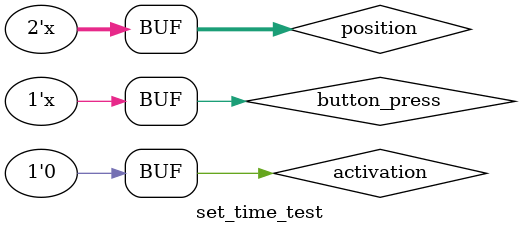
<source format=v>
`timescale 1ns / 1ps


module set_time_test(

    );
    
    reg [1:0]position;
    reg button_press;
    reg activation;
    wire [7:0]hours;
    wire [7:0]minutes;
    wire [7:0]seconds;
    
    set_time testSetTime(.position(position), .button_press(button_press), 
    .hours(hours), .minutes(minutes), .seconds(seconds),
    .activation(activation));
    
    initial begin
        position = 0;
        button_press = 0;
        activation = 1;
        #10 activation = 0;
    end
    always #5 button_press = ~button_press;
    always begin
    // every ten ms, change one of the inputs
    // then change position
    // Just change variables one at a time
        #300 position = position + 1;   
    end
    
    
endmodule

</source>
